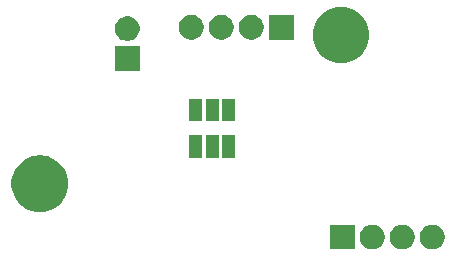
<source format=gbr>
G04 #@! TF.GenerationSoftware,KiCad,Pcbnew,5.1.5-52549c5~84~ubuntu18.04.1*
G04 #@! TF.CreationDate,2019-11-22T10:47:09+01:00*
G04 #@! TF.ProjectId,roboy_sno,726f626f-795f-4736-9e6f-2e6b69636164,rev?*
G04 #@! TF.SameCoordinates,Original*
G04 #@! TF.FileFunction,Soldermask,Bot*
G04 #@! TF.FilePolarity,Negative*
%FSLAX46Y46*%
G04 Gerber Fmt 4.6, Leading zero omitted, Abs format (unit mm)*
G04 Created by KiCad (PCBNEW 5.1.5-52549c5~84~ubuntu18.04.1) date 2019-11-22 10:47:09*
%MOMM*%
%LPD*%
G04 APERTURE LIST*
%ADD10C,0.100000*%
G04 APERTURE END LIST*
D10*
G36*
X109950000Y-140550000D02*
G01*
X107850000Y-140550000D01*
X107850000Y-138450000D01*
X109950000Y-138450000D01*
X109950000Y-140550000D01*
G37*
G36*
X111568687Y-138455027D02*
G01*
X111746274Y-138490350D01*
X111937362Y-138569502D01*
X112109336Y-138684411D01*
X112255589Y-138830664D01*
X112370498Y-139002638D01*
X112449650Y-139193726D01*
X112490000Y-139396584D01*
X112490000Y-139603416D01*
X112449650Y-139806274D01*
X112370498Y-139997362D01*
X112255589Y-140169336D01*
X112109336Y-140315589D01*
X111937362Y-140430498D01*
X111746274Y-140509650D01*
X111568687Y-140544973D01*
X111543417Y-140550000D01*
X111336583Y-140550000D01*
X111311313Y-140544973D01*
X111133726Y-140509650D01*
X110942638Y-140430498D01*
X110770664Y-140315589D01*
X110624411Y-140169336D01*
X110509502Y-139997362D01*
X110430350Y-139806274D01*
X110390000Y-139603416D01*
X110390000Y-139396584D01*
X110430350Y-139193726D01*
X110509502Y-139002638D01*
X110624411Y-138830664D01*
X110770664Y-138684411D01*
X110942638Y-138569502D01*
X111133726Y-138490350D01*
X111311313Y-138455027D01*
X111336583Y-138450000D01*
X111543417Y-138450000D01*
X111568687Y-138455027D01*
G37*
G36*
X114108687Y-138455027D02*
G01*
X114286274Y-138490350D01*
X114477362Y-138569502D01*
X114649336Y-138684411D01*
X114795589Y-138830664D01*
X114910498Y-139002638D01*
X114989650Y-139193726D01*
X115030000Y-139396584D01*
X115030000Y-139603416D01*
X114989650Y-139806274D01*
X114910498Y-139997362D01*
X114795589Y-140169336D01*
X114649336Y-140315589D01*
X114477362Y-140430498D01*
X114286274Y-140509650D01*
X114108687Y-140544973D01*
X114083417Y-140550000D01*
X113876583Y-140550000D01*
X113851313Y-140544973D01*
X113673726Y-140509650D01*
X113482638Y-140430498D01*
X113310664Y-140315589D01*
X113164411Y-140169336D01*
X113049502Y-139997362D01*
X112970350Y-139806274D01*
X112930000Y-139603416D01*
X112930000Y-139396584D01*
X112970350Y-139193726D01*
X113049502Y-139002638D01*
X113164411Y-138830664D01*
X113310664Y-138684411D01*
X113482638Y-138569502D01*
X113673726Y-138490350D01*
X113851313Y-138455027D01*
X113876583Y-138450000D01*
X114083417Y-138450000D01*
X114108687Y-138455027D01*
G37*
G36*
X116648687Y-138455027D02*
G01*
X116826274Y-138490350D01*
X117017362Y-138569502D01*
X117189336Y-138684411D01*
X117335589Y-138830664D01*
X117450498Y-139002638D01*
X117529650Y-139193726D01*
X117570000Y-139396584D01*
X117570000Y-139603416D01*
X117529650Y-139806274D01*
X117450498Y-139997362D01*
X117335589Y-140169336D01*
X117189336Y-140315589D01*
X117017362Y-140430498D01*
X116826274Y-140509650D01*
X116648687Y-140544973D01*
X116623417Y-140550000D01*
X116416583Y-140550000D01*
X116391313Y-140544973D01*
X116213726Y-140509650D01*
X116022638Y-140430498D01*
X115850664Y-140315589D01*
X115704411Y-140169336D01*
X115589502Y-139997362D01*
X115510350Y-139806274D01*
X115470000Y-139603416D01*
X115470000Y-139396584D01*
X115510350Y-139193726D01*
X115589502Y-139002638D01*
X115704411Y-138830664D01*
X115850664Y-138684411D01*
X116022638Y-138569502D01*
X116213726Y-138490350D01*
X116391313Y-138455027D01*
X116416583Y-138450000D01*
X116623417Y-138450000D01*
X116648687Y-138455027D01*
G37*
G36*
X83651904Y-132622979D02*
G01*
X84000054Y-132692230D01*
X84436826Y-132873147D01*
X84829911Y-133135798D01*
X85164202Y-133470089D01*
X85426853Y-133863174D01*
X85607770Y-134299946D01*
X85700000Y-134763621D01*
X85700000Y-135236379D01*
X85607770Y-135700054D01*
X85426853Y-136136826D01*
X85164202Y-136529911D01*
X84829911Y-136864202D01*
X84436826Y-137126853D01*
X84000054Y-137307770D01*
X83651904Y-137377021D01*
X83536381Y-137400000D01*
X83063619Y-137400000D01*
X82948096Y-137377021D01*
X82599946Y-137307770D01*
X82163174Y-137126853D01*
X81770089Y-136864202D01*
X81435798Y-136529911D01*
X81173147Y-136136826D01*
X80992230Y-135700054D01*
X80900000Y-135236379D01*
X80900000Y-134763621D01*
X80992230Y-134299946D01*
X81173147Y-133863174D01*
X81435798Y-133470089D01*
X81770089Y-133135798D01*
X82163174Y-132873147D01*
X82599946Y-132692230D01*
X82948096Y-132622979D01*
X83063619Y-132600000D01*
X83536381Y-132600000D01*
X83651904Y-132622979D01*
G37*
G36*
X98450000Y-132800000D02*
G01*
X97350000Y-132800000D01*
X97350000Y-130900000D01*
X98450000Y-130900000D01*
X98450000Y-132800000D01*
G37*
G36*
X97050000Y-132800000D02*
G01*
X95950000Y-132800000D01*
X95950000Y-130900000D01*
X97050000Y-130900000D01*
X97050000Y-132800000D01*
G37*
G36*
X99850000Y-132800000D02*
G01*
X98750000Y-132800000D01*
X98750000Y-130900000D01*
X99850000Y-130900000D01*
X99850000Y-132800000D01*
G37*
G36*
X98450000Y-129700000D02*
G01*
X97350000Y-129700000D01*
X97350000Y-127800000D01*
X98450000Y-127800000D01*
X98450000Y-129700000D01*
G37*
G36*
X99850000Y-129700000D02*
G01*
X98750000Y-129700000D01*
X98750000Y-127800000D01*
X99850000Y-127800000D01*
X99850000Y-129700000D01*
G37*
G36*
X97050000Y-129700000D02*
G01*
X95950000Y-129700000D01*
X95950000Y-127800000D01*
X97050000Y-127800000D01*
X97050000Y-129700000D01*
G37*
G36*
X91750000Y-125450000D02*
G01*
X89650000Y-125450000D01*
X89650000Y-123350000D01*
X91750000Y-123350000D01*
X91750000Y-125450000D01*
G37*
G36*
X109151904Y-120022979D02*
G01*
X109500054Y-120092230D01*
X109936826Y-120273147D01*
X110329911Y-120535798D01*
X110664202Y-120870089D01*
X110926853Y-121263174D01*
X111107770Y-121699946D01*
X111200000Y-122163621D01*
X111200000Y-122636379D01*
X111107770Y-123100054D01*
X110926853Y-123536826D01*
X110664202Y-123929911D01*
X110329911Y-124264202D01*
X109936826Y-124526853D01*
X109500054Y-124707770D01*
X109151904Y-124777021D01*
X109036381Y-124800000D01*
X108563619Y-124800000D01*
X108448096Y-124777021D01*
X108099946Y-124707770D01*
X107663174Y-124526853D01*
X107270089Y-124264202D01*
X106935798Y-123929911D01*
X106673147Y-123536826D01*
X106492230Y-123100054D01*
X106400000Y-122636379D01*
X106400000Y-122163621D01*
X106492230Y-121699946D01*
X106673147Y-121263174D01*
X106935798Y-120870089D01*
X107270089Y-120535798D01*
X107663174Y-120273147D01*
X108099946Y-120092230D01*
X108448096Y-120022979D01*
X108563619Y-120000000D01*
X109036381Y-120000000D01*
X109151904Y-120022979D01*
G37*
G36*
X90828687Y-120815027D02*
G01*
X91006274Y-120850350D01*
X91197362Y-120929502D01*
X91369336Y-121044411D01*
X91515589Y-121190664D01*
X91630498Y-121362638D01*
X91709650Y-121553726D01*
X91750000Y-121756584D01*
X91750000Y-121963416D01*
X91709650Y-122166274D01*
X91630498Y-122357362D01*
X91515589Y-122529336D01*
X91369336Y-122675589D01*
X91197362Y-122790498D01*
X91006274Y-122869650D01*
X90828687Y-122904973D01*
X90803417Y-122910000D01*
X90596583Y-122910000D01*
X90571313Y-122904973D01*
X90393726Y-122869650D01*
X90202638Y-122790498D01*
X90030664Y-122675589D01*
X89884411Y-122529336D01*
X89769502Y-122357362D01*
X89690350Y-122166274D01*
X89650000Y-121963416D01*
X89650000Y-121756584D01*
X89690350Y-121553726D01*
X89769502Y-121362638D01*
X89884411Y-121190664D01*
X90030664Y-121044411D01*
X90202638Y-120929502D01*
X90393726Y-120850350D01*
X90571313Y-120815027D01*
X90596583Y-120810000D01*
X90803417Y-120810000D01*
X90828687Y-120815027D01*
G37*
G36*
X96258687Y-120705027D02*
G01*
X96436274Y-120740350D01*
X96627362Y-120819502D01*
X96799336Y-120934411D01*
X96945589Y-121080664D01*
X97060498Y-121252638D01*
X97139650Y-121443726D01*
X97180000Y-121646584D01*
X97180000Y-121853416D01*
X97139650Y-122056274D01*
X97060498Y-122247362D01*
X96945589Y-122419336D01*
X96799336Y-122565589D01*
X96627362Y-122680498D01*
X96436274Y-122759650D01*
X96258687Y-122794973D01*
X96233417Y-122800000D01*
X96026583Y-122800000D01*
X96001313Y-122794973D01*
X95823726Y-122759650D01*
X95632638Y-122680498D01*
X95460664Y-122565589D01*
X95314411Y-122419336D01*
X95199502Y-122247362D01*
X95120350Y-122056274D01*
X95080000Y-121853416D01*
X95080000Y-121646584D01*
X95120350Y-121443726D01*
X95199502Y-121252638D01*
X95314411Y-121080664D01*
X95460664Y-120934411D01*
X95632638Y-120819502D01*
X95823726Y-120740350D01*
X96001313Y-120705027D01*
X96026583Y-120700000D01*
X96233417Y-120700000D01*
X96258687Y-120705027D01*
G37*
G36*
X98798687Y-120705027D02*
G01*
X98976274Y-120740350D01*
X99167362Y-120819502D01*
X99339336Y-120934411D01*
X99485589Y-121080664D01*
X99600498Y-121252638D01*
X99679650Y-121443726D01*
X99720000Y-121646584D01*
X99720000Y-121853416D01*
X99679650Y-122056274D01*
X99600498Y-122247362D01*
X99485589Y-122419336D01*
X99339336Y-122565589D01*
X99167362Y-122680498D01*
X98976274Y-122759650D01*
X98798687Y-122794973D01*
X98773417Y-122800000D01*
X98566583Y-122800000D01*
X98541313Y-122794973D01*
X98363726Y-122759650D01*
X98172638Y-122680498D01*
X98000664Y-122565589D01*
X97854411Y-122419336D01*
X97739502Y-122247362D01*
X97660350Y-122056274D01*
X97620000Y-121853416D01*
X97620000Y-121646584D01*
X97660350Y-121443726D01*
X97739502Y-121252638D01*
X97854411Y-121080664D01*
X98000664Y-120934411D01*
X98172638Y-120819502D01*
X98363726Y-120740350D01*
X98541313Y-120705027D01*
X98566583Y-120700000D01*
X98773417Y-120700000D01*
X98798687Y-120705027D01*
G37*
G36*
X101338687Y-120705027D02*
G01*
X101516274Y-120740350D01*
X101707362Y-120819502D01*
X101879336Y-120934411D01*
X102025589Y-121080664D01*
X102140498Y-121252638D01*
X102219650Y-121443726D01*
X102260000Y-121646584D01*
X102260000Y-121853416D01*
X102219650Y-122056274D01*
X102140498Y-122247362D01*
X102025589Y-122419336D01*
X101879336Y-122565589D01*
X101707362Y-122680498D01*
X101516274Y-122759650D01*
X101338687Y-122794973D01*
X101313417Y-122800000D01*
X101106583Y-122800000D01*
X101081313Y-122794973D01*
X100903726Y-122759650D01*
X100712638Y-122680498D01*
X100540664Y-122565589D01*
X100394411Y-122419336D01*
X100279502Y-122247362D01*
X100200350Y-122056274D01*
X100160000Y-121853416D01*
X100160000Y-121646584D01*
X100200350Y-121443726D01*
X100279502Y-121252638D01*
X100394411Y-121080664D01*
X100540664Y-120934411D01*
X100712638Y-120819502D01*
X100903726Y-120740350D01*
X101081313Y-120705027D01*
X101106583Y-120700000D01*
X101313417Y-120700000D01*
X101338687Y-120705027D01*
G37*
G36*
X104800000Y-122800000D02*
G01*
X102700000Y-122800000D01*
X102700000Y-120700000D01*
X104800000Y-120700000D01*
X104800000Y-122800000D01*
G37*
M02*

</source>
